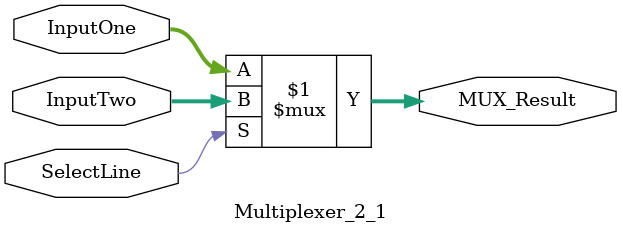
<source format=v>
`timescale 1ns / 1ps

module Multiplexer_2_1(InputOne,InputTwo,SelectLine,MUX_Result);

	input [31:0] InputOne;
	input [31:0] InputTwo;
	input SelectLine;
	
	output [31:0] MUX_Result;
	
	assign MUX_Result = (SelectLine) ? InputTwo : InputOne;


endmodule

</source>
